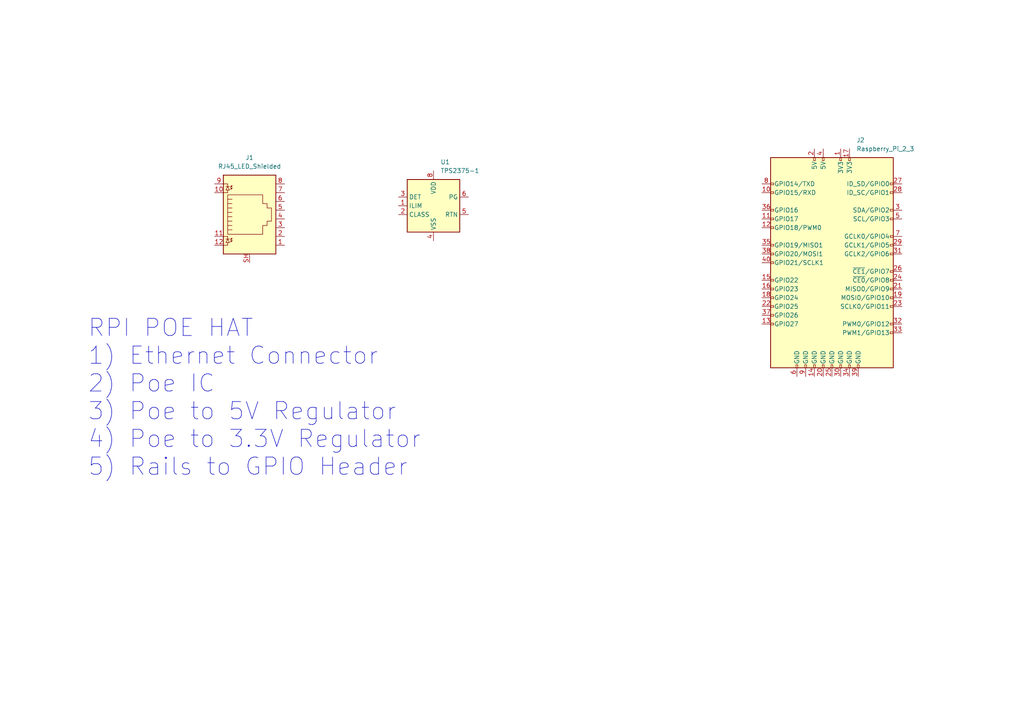
<source format=kicad_sch>
(kicad_sch (version 20211123) (generator eeschema)
  (paper "A4")
  (title_block (title "Raspberry Pi PoE Hat") (rev "1") (company "Hamza Khan"))
  (lib_symbols
    (symbol "Connector:RJ45_LED_Shielded" (pin_names (offset 1.016))
      (property "Reference" "J" (at -5.08 13.97 0))
      (property "Value" "RJ45_LED_Shielded" (at 1.27 13.97 0))
      (symbol "RJ45_LED_Shielded_0_1"
        (polyline (pts (xy -7.62 -7.62) (xy -6.35 -7.62)))
        (polyline (pts (xy -7.62 -5.08) (xy -6.35 -5.08)))
        (polyline (pts (xy -7.62 7.62) (xy -6.35 7.62)))
        (polyline (pts (xy -7.62 10.16) (xy -6.35 10.16)))
        (polyline (pts (xy -6.858 -5.842) (xy -5.842 -5.842)))
        (polyline (pts (xy -6.858 9.398) (xy -5.842 9.398)))
        (polyline (pts (xy -6.35 -7.62) (xy -6.35 -6.858)))
        (polyline (pts (xy -6.35 -5.08) (xy -6.35 -5.842)))
        (polyline (pts (xy -6.35 7.62) (xy -6.35 8.382)))
        (polyline (pts (xy -6.35 10.16) (xy -6.35 9.398)))
        (polyline (pts (xy -5.08 -6.223) (xy -5.207 -6.604)))
        (polyline (pts (xy -5.08 -5.588) (xy -5.207 -5.969)))
        (polyline (pts (xy -5.08 4.445) (xy -6.35 4.445)))
        (polyline (pts (xy -5.08 5.715) (xy -6.35 5.715)))
        (polyline (pts (xy -5.08 9.017) (xy -5.207 8.636)))
        (polyline (pts (xy -5.08 9.652) (xy -5.207 9.271)))
        (polyline (pts (xy -6.35 -3.175) (xy -5.08 -3.175) (xy -5.08 -3.175)))
        (polyline (pts (xy -6.35 -1.905) (xy -5.08 -1.905) (xy -5.08 -1.905)))
        (polyline (pts (xy -6.35 -0.635) (xy -5.08 -0.635) (xy -5.08 -0.635)))
        (polyline (pts (xy -6.35 0.635) (xy -5.08 0.635) (xy -5.08 0.635)))
        (polyline (pts (xy -6.35 1.905) (xy -5.08 1.905) (xy -5.08 1.905)))
        (polyline (pts (xy -5.588 -6.731) (xy -5.08 -6.223) (xy -5.461 -6.35)))
        (polyline (pts (xy -5.588 -6.096) (xy -5.08 -5.588) (xy -5.461 -5.715)))
        (polyline (pts (xy -5.588 8.509) (xy -5.08 9.017) (xy -5.461 8.89)))
        (polyline (pts (xy -5.588 9.144) (xy -5.08 9.652) (xy -5.461 9.525)))
        (polyline (pts (xy -5.08 3.175) (xy -6.35 3.175) (xy -6.35 3.175)))
        (polyline (pts (xy -6.35 -5.842) (xy -6.858 -6.858) (xy -5.842 -6.858) (xy -6.35 -5.842)))
        (polyline (pts (xy -6.35 9.398) (xy -6.858 8.382) (xy -5.842 8.382) (xy -6.35 9.398)))
        (polyline (pts (xy -6.35 -4.445) (xy -6.35 6.985) (xy 3.81 6.985) (xy 3.81 4.445) (xy 5.08 4.445) (xy 5.08 3.175) (xy 6.35 3.175) (xy 6.35 -0.635) (xy 5.08 -0.635) (xy 5.08 -1.905) (xy 3.81 -1.905) (xy 3.81 -4.445) (xy -6.35 -4.445) (xy -6.35 -4.445)))
        (rectangle (start 7.62 12.7) (end -7.62 -10.16) (stroke (width 0.254)) (fill (type background)))
      )
      (symbol "RJ45_LED_Shielded_1_1"
        (pin passive line (at 10.16 -7.62 180) (length 2.54) (name "~") (number "1"))
        (pin passive line (at -10.16 7.62 0) (length 2.54) (name "~") (number "10"))
        (pin passive line (at -10.16 -5.08 0) (length 2.54) (name "~") (number "11"))
        (pin passive line (at -10.16 -7.62 0) (length 2.54) (name "~") (number "12"))
        (pin passive line (at 10.16 -5.08 180) (length 2.54) (name "~") (number "2"))
        (pin passive line (at 10.16 -2.54 180) (length 2.54) (name "~") (number "3"))
        (pin passive line (at 10.16 0 180) (length 2.54) (name "~") (number "4"))
        (pin passive line (at 10.16 2.54 180) (length 2.54) (name "~") (number "5"))
        (pin passive line (at 10.16 5.08 180) (length 2.54) (name "~") (number "6"))
        (pin passive line (at 10.16 7.62 180) (length 2.54) (name "~") (number "7"))
        (pin passive line (at 10.16 10.16 180) (length 2.54) (name "~") (number "8"))
        (pin passive line (at -10.16 10.16 0) (length 2.54) (name "~") (number "9"))
        (pin passive line (at 0 -12.7 90) (length 2.54) (name "~") (number "SH"))
      )
    )
    (symbol "Connector:Raspberry_Pi_2_3" (pin_names (offset 1.016))
      (property "Reference" "J" (at -17.78 31.75 0))
      (property "Value" "Raspberry_Pi_2_3" (at 10.16 -31.75 0))
      (symbol "Raspberry_Pi_2_3_0_1"
        (rectangle (start -17.78 30.48) (end 17.78 -30.48) (stroke (width 0.254)) (fill (type background)))
      )
      (symbol "Raspberry_Pi_2_3_1_1"
        (rectangle (start -16.891 -17.526) (end -17.78 -18.034))
        (rectangle (start -16.891 -14.986) (end -17.78 -15.494))
        (rectangle (start -16.891 -12.446) (end -17.78 -12.954))
        (rectangle (start -16.891 -9.906) (end -17.78 -10.414))
        (rectangle (start -16.891 -7.366) (end -17.78 -7.874))
        (rectangle (start -16.891 -4.826) (end -17.78 -5.334))
        (rectangle (start -16.891 0.254) (end -17.78 -0.254))
        (rectangle (start -16.891 2.794) (end -17.78 2.286))
        (rectangle (start -16.891 5.334) (end -17.78 4.826))
        (rectangle (start -16.891 10.414) (end -17.78 9.906))
        (rectangle (start -16.891 12.954) (end -17.78 12.446))
        (rectangle (start -16.891 15.494) (end -17.78 14.986))
        (rectangle (start -16.891 20.574) (end -17.78 20.066))
        (rectangle (start -16.891 23.114) (end -17.78 22.606))
        (rectangle (start -10.414 -29.591) (end -9.906 -30.48))
        (rectangle (start -7.874 -29.591) (end -7.366 -30.48))
        (rectangle (start -5.334 -29.591) (end -4.826 -30.48))
        (rectangle (start -5.334 30.48) (end -4.826 29.591))
        (rectangle (start -2.794 -29.591) (end -2.286 -30.48))
        (rectangle (start -2.794 30.48) (end -2.286 29.591))
        (rectangle (start -0.254 -29.591) (end 0.254 -30.48))
        (rectangle (start 2.286 -29.591) (end 2.794 -30.48))
        (rectangle (start 2.286 30.48) (end 2.794 29.591))
        (rectangle (start 4.826 -29.591) (end 5.334 -30.48))
        (rectangle (start 4.826 30.48) (end 5.334 29.591))
        (rectangle (start 7.366 -29.591) (end 7.874 -30.48))
        (rectangle (start 17.78 -20.066) (end 16.891 -20.574))
        (rectangle (start 17.78 -17.526) (end 16.891 -18.034))
        (rectangle (start 17.78 -12.446) (end 16.891 -12.954))
        (rectangle (start 17.78 -9.906) (end 16.891 -10.414))
        (rectangle (start 17.78 -7.366) (end 16.891 -7.874))
        (rectangle (start 17.78 -4.826) (end 16.891 -5.334))
        (rectangle (start 17.78 -2.286) (end 16.891 -2.794))
        (rectangle (start 17.78 2.794) (end 16.891 2.286))
        (rectangle (start 17.78 5.334) (end 16.891 4.826))
        (rectangle (start 17.78 7.874) (end 16.891 7.366))
        (rectangle (start 17.78 12.954) (end 16.891 12.446))
        (rectangle (start 17.78 15.494) (end 16.891 14.986))
        (rectangle (start 17.78 20.574) (end 16.891 20.066))
        (rectangle (start 17.78 23.114) (end 16.891 22.606))
        (pin power_in line (at 2.54 33.02 270) (length 2.54) (name "3V3") (number "1"))
        (pin bidirectional line (at -20.32 20.32 0) (length 2.54) (name "GPIO15/RXD") (number "10"))
        (pin bidirectional line (at -20.32 12.7 0) (length 2.54) (name "GPIO17") (number "11"))
        (pin bidirectional line (at -20.32 10.16 0) (length 2.54) (name "GPIO18/PWM0") (number "12"))
        (pin bidirectional line (at -20.32 -17.78 0) (length 2.54) (name "GPIO27") (number "13"))
        (pin power_in line (at -5.08 -33.02 90) (length 2.54) (name "GND") (number "14"))
        (pin bidirectional line (at -20.32 -5.08 0) (length 2.54) (name "GPIO22") (number "15"))
        (pin bidirectional line (at -20.32 -7.62 0) (length 2.54) (name "GPIO23") (number "16"))
        (pin power_in line (at 5.08 33.02 270) (length 2.54) (name "3V3") (number "17"))
        (pin bidirectional line (at -20.32 -10.16 0) (length 2.54) (name "GPIO24") (number "18"))
        (pin bidirectional line (at 20.32 -10.16 180) (length 2.54) (name "MOSI0/GPIO10") (number "19"))
        (pin power_in line (at -5.08 33.02 270) (length 2.54) (name "5V") (number "2"))
        (pin power_in line (at -2.54 -33.02 90) (length 2.54) (name "GND") (number "20"))
        (pin bidirectional line (at 20.32 -7.62 180) (length 2.54) (name "MISO0/GPIO9") (number "21"))
        (pin bidirectional line (at -20.32 -12.7 0) (length 2.54) (name "GPIO25") (number "22"))
        (pin bidirectional line (at 20.32 -12.7 180) (length 2.54) (name "SCLK0/GPIO11") (number "23"))
        (pin bidirectional line (at 20.32 -5.08 180) (length 2.54) (name "~{CE0}/GPIO8") (number "24"))
        (pin power_in line (at 0 -33.02 90) (length 2.54) (name "GND") (number "25"))
        (pin bidirectional line (at 20.32 -2.54 180) (length 2.54) (name "~{CE1}/GPIO7") (number "26"))
        (pin bidirectional line (at 20.32 22.86 180) (length 2.54) (name "ID_SD/GPIO0") (number "27"))
        (pin bidirectional line (at 20.32 20.32 180) (length 2.54) (name "ID_SC/GPIO1") (number "28"))
        (pin bidirectional line (at 20.32 5.08 180) (length 2.54) (name "GCLK1/GPIO5") (number "29"))
        (pin bidirectional line (at 20.32 15.24 180) (length 2.54) (name "SDA/GPIO2") (number "3"))
        (pin power_in line (at 2.54 -33.02 90) (length 2.54) (name "GND") (number "30"))
        (pin bidirectional line (at 20.32 2.54 180) (length 2.54) (name "GCLK2/GPIO6") (number "31"))
        (pin bidirectional line (at 20.32 -17.78 180) (length 2.54) (name "PWM0/GPIO12") (number "32"))
        (pin bidirectional line (at 20.32 -20.32 180) (length 2.54) (name "PWM1/GPIO13") (number "33"))
        (pin power_in line (at 5.08 -33.02 90) (length 2.54) (name "GND") (number "34"))
        (pin bidirectional line (at -20.32 5.08 0) (length 2.54) (name "GPIO19/MISO1") (number "35"))
        (pin bidirectional line (at -20.32 15.24 0) (length 2.54) (name "GPIO16") (number "36"))
        (pin bidirectional line (at -20.32 -15.24 0) (length 2.54) (name "GPIO26") (number "37"))
        (pin bidirectional line (at -20.32 2.54 0) (length 2.54) (name "GPIO20/MOSI1") (number "38"))
        (pin power_in line (at 7.62 -33.02 90) (length 2.54) (name "GND") (number "39"))
        (pin power_in line (at -2.54 33.02 270) (length 2.54) (name "5V") (number "4"))
        (pin bidirectional line (at -20.32 0 0) (length 2.54) (name "GPIO21/SCLK1") (number "40"))
        (pin bidirectional line (at 20.32 12.7 180) (length 2.54) (name "SCL/GPIO3") (number "5"))
        (pin power_in line (at -10.16 -33.02 90) (length 2.54) (name "GND") (number "6"))
        (pin bidirectional line (at 20.32 7.62 180) (length 2.54) (name "GCLK0/GPIO4") (number "7"))
        (pin bidirectional line (at -20.32 22.86 0) (length 2.54) (name "GPIO14/TXD") (number "8"))
        (pin power_in line (at -7.62 -33.02 90) (length 2.54) (name "GND") (number "9"))
      )
    )
    (symbol "Regulator_Controller:TPS2375-1"
      (property "Reference" "U" (at 2.54 -8.89 0))
      (property "Value" "TPS2375-1" (at 7.62 -11.43 0))
      (symbol "TPS2375-1_0_1"
        (rectangle (start -7.62 7.62) (end 7.62 -7.62) (stroke (width 0.254)) (fill (type background)))
      )
      (symbol "TPS2375-1_1_1"
        (pin passive line (at -10.16 0 0) (length 2.54) (name "ILIM") (number "1"))
        (pin passive line (at -10.16 -2.54 0) (length 2.54) (name "CLASS") (number "2"))
        (pin passive line (at -10.16 2.54 0) (length 2.54) (name "DET") (number "3"))
        (pin power_in line (at 0 -10.16 90) (length 2.54) (name "VSS") (number "4"))
        (pin power_out line (at 10.16 -2.54 180) (length 2.54) (name "RTN") (number "5"))
        (pin open_collector line (at 10.16 2.54 180) (length 2.54) (name "PG") (number "6"))
        (pin no_connect line (at 7.62 0 180) (length 2.54) hide (name "NC") (number "7"))
        (pin power_in line (at 0 10.16 270) (length 2.54) (name "VDD") (number "8"))
      )
    )
  )
  (text "RPI POE HAT\n1) Ethernet Connector\n2) Poe IC\n3) Poe to 5V Regulator\n4) Poe to 3.3V Regulator\n5) Rails to GPIO Header\n" (at 25.4 138.43 0) (effects (font (size 5 5)) (justify left bottom)))
  (symbol (lib_id "Connector:RJ45_LED_Shielded") (at 72.39 63.5 0) (unit 1)
    (property "Reference" "J1" (at 72.39 45.72 0))
    (property "Value" "RJ45_LED_Shielded" (at 72.39 48.26 0))
    (property "Footprint" "Connector_RJ:RJ45_Wuerth_7499010121A_Horizontal" (effects hide))
  )
  (symbol (lib_id "Connector:Raspberry_Pi_2_3") (at 241.3 76.2 0) (unit 1)
    (property "Reference" "J2" (at 248.3994 40.64 0) (effects (justify left)))
    (property "Value" "Raspberry_Pi_2_3" (at 248.3994 43.18 0) (effects (justify left)))
    (property "Footprint" "Connector_PinHeader_2.54mm:PinHeader_2x20_P2.54mm_Vertical" (effects hide))
    (property "Datasheet" "https://www.raspberrypi.org/documentation/hardware/raspberrypi/schematics/rpi_SCH_3bplus_1p0_reduced.pdf" (effects hide))
  )
  (symbol (lib_id "Regulator_Controller:TPS2375-1") (at 125.73 59.69 0) (unit 1)
    (property "Reference" "U1" (at 127.7494 46.99 0) (effects (justify left)))
    (property "Value" "TPS2375-1" (at 127.7494 49.53 0) (effects (justify left)))
    (property "Footprint" "Package_SO:TSSOP-8_4.4x3mm_P0.65mm" (effects hide))
    (property "Datasheet" "https://www.ti.com/lit/gpn/tps2375-1" (effects hide))
  )
)
</source>
